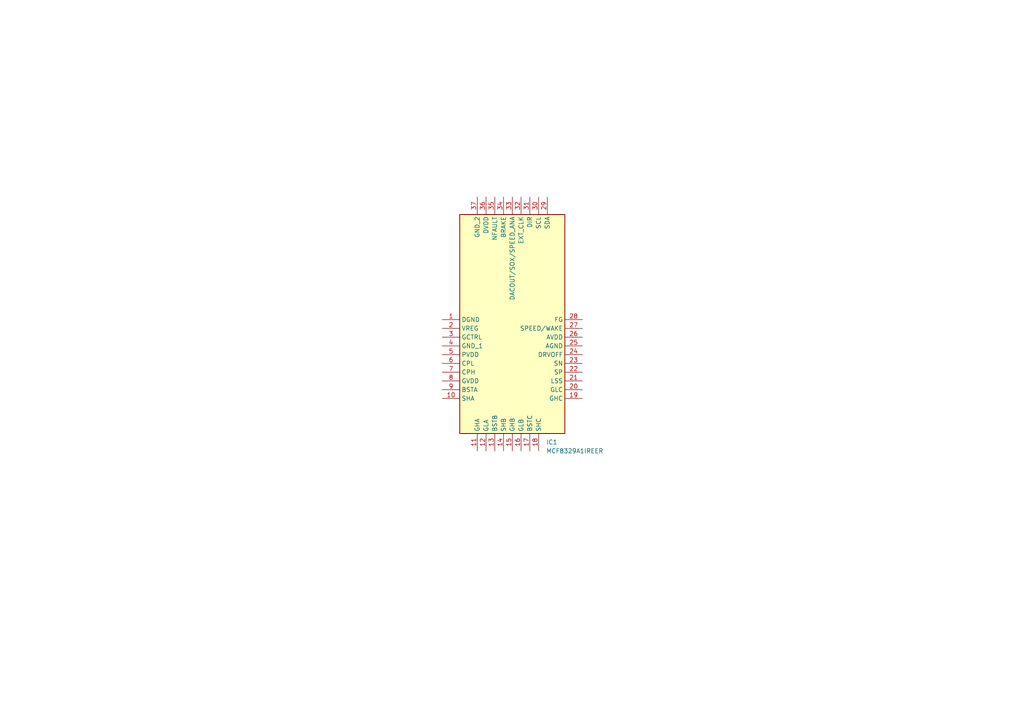
<source format=kicad_sch>
(kicad_sch (version 20231120) (generator "eeschema") (generator_version "8.0")
  (paper "A4")
  (lib_symbols
    (symbol "Motor Driver:MCF8329A1IREER"
      (property "Reference" "IC" (at 36.83 35.56 0))
      (property "Value" "MCF8329A1IREER" (at 36.83 33.02 0))
      (symbol "MCF8329A1IREER_1_1"
        (rectangle (start 5.08 30.48) (end 35.56 -33.02) (stroke (width 0.254)) (fill (type background)))
        (pin passive line (at 0 0 0) (length 5.08) (name "DGND") (number "1"))
        (pin passive line (at 0 -22.86 0) (length 5.08) (name "SHA") (number "10"))
        (pin passive line (at 10.16 -38.1 90) (length 5.08) (name "GHA") (number "11"))
        (pin passive line (at 12.7 -38.1 90) (length 5.08) (name "GLA") (number "12"))
        (pin passive line (at 15.24 -38.1 90) (length 5.08) (name "BSTB") (number "13"))
        (pin passive line (at 17.78 -38.1 90) (length 5.08) (name "SHB") (number "14"))
        (pin passive line (at 20.32 -38.1 90) (length 5.08) (name "GHB") (number "15"))
        (pin passive line (at 22.86 -38.1 90) (length 5.08) (name "GLB") (number "16"))
        (pin passive line (at 25.4 -38.1 90) (length 5.08) (name "BSTC") (number "17"))
        (pin passive line (at 27.94 -38.1 90) (length 5.08) (name "SHC") (number "18"))
        (pin passive line (at 40.64 -22.86 180) (length 5.08) (name "GHC") (number "19"))
        (pin passive line (at 0 -2.54 0) (length 5.08) (name "VREG") (number "2"))
        (pin passive line (at 40.64 -20.32 180) (length 5.08) (name "GLC") (number "20"))
        (pin passive line (at 40.64 -17.78 180) (length 5.08) (name "LSS") (number "21"))
        (pin passive line (at 40.64 -15.24 180) (length 5.08) (name "SP") (number "22"))
        (pin passive line (at 40.64 -12.7 180) (length 5.08) (name "SN") (number "23"))
        (pin passive line (at 40.64 -10.16 180) (length 5.08) (name "DRVOFF") (number "24"))
        (pin passive line (at 40.64 -7.62 180) (length 5.08) (name "AGND") (number "25"))
        (pin passive line (at 40.64 -5.08 180) (length 5.08) (name "AVDD") (number "26"))
        (pin passive line (at 40.64 -2.54 180) (length 5.08) (name "SPEED/WAKE") (number "27"))
        (pin passive line (at 40.64 0 180) (length 5.08) (name "FG") (number "28"))
        (pin passive line (at 30.48 35.56 270) (length 5.08) (name "SDA") (number "29"))
        (pin passive line (at 0 -5.08 0) (length 5.08) (name "GCTRL") (number "3"))
        (pin passive line (at 27.94 35.56 270) (length 5.08) (name "SCL") (number "30"))
        (pin passive line (at 25.4 35.56 270) (length 5.08) (name "DIR") (number "31"))
        (pin passive line (at 22.86 35.56 270) (length 5.08) (name "EXT_CLK") (number "32"))
        (pin passive line (at 20.32 35.56 270) (length 5.08) (name "DACOUT/SOX/SPEED_ANA") (number "33"))
        (pin passive line (at 17.78 35.56 270) (length 5.08) (name "BRAKE") (number "34"))
        (pin passive line (at 15.24 35.56 270) (length 5.08) (name "NFAULT") (number "35"))
        (pin passive line (at 12.7 35.56 270) (length 5.08) (name "DVDD") (number "36"))
        (pin passive line (at 10.16 35.56 270) (length 5.08) (name "GND_2") (number "37"))
        (pin passive line (at 0 -7.62 0) (length 5.08) (name "GND_1") (number "4"))
        (pin passive line (at 0 -10.16 0) (length 5.08) (name "PVDD") (number "5"))
        (pin passive line (at 0 -12.7 0) (length 5.08) (name "CPL") (number "6"))
        (pin passive line (at 0 -15.24 0) (length 5.08) (name "CPH") (number "7"))
        (pin passive line (at 0 -17.78 0) (length 5.08) (name "GVDD") (number "8"))
        (pin passive line (at 0 -20.32 0) (length 5.08) (name "BSTA") (number "9"))
      )
    )
  )
  (symbol (lib_id "Motor Driver:MCF8329A1IREER") (at 128.27 92.71 0) (unit 1)
    (property "Reference" "IC1" (at 158.4041 128.27 0) (effects (justify left)))
    (property "Value" "MCF8329A1IREER" (at 158.4041 130.81 0) (effects (justify left)))
    (property "Footprint" "motor-driver:QFN40P400X500X80-37N-D" (effects (hide yes)))
    (property "Datasheet" "https://www.ti.com/lit/gpn/mcf8329a" (effects (hide yes)))
    (property "Description" "Motor / Motion / Ignition Controllers & Drivers 60-V, sensorless, field-oriented control (FOC) three-phase BLDC gate driver 36-WQFN -40 to 125" (effects (hide yes)))
    (property "Height" "0.8" (effects (hide yes)))
    (property "Manufacturer_Name" "Texas Instruments" (effects (hide yes)))
    (property "Manufacturer_Part_Number" "MCF8329A1IREER" (effects (hide yes)))
    (property "Mouser Part Number" "595-MCF8329A1IREER" (effects (hide yes)))
    (property "Mouser Price/Stock" "https://www.mouser.co.uk/ProductDetail/Texas-Instruments/MCF8329A1IREER?qs=mELouGlnn3ewGjq5tsDm5w%3D%3D" (effects (hide yes)))
    (property "Arrow Part Number" "MCF8329A1IREER" (effects (hide yes)))
    (property "Arrow Price/Stock" "https://www.arrow.com/en/products/mcf8329a1ireer/texas-instruments?utm_currency=USD&region=nac" (effects (hide yes)))
  )
)
</source>
